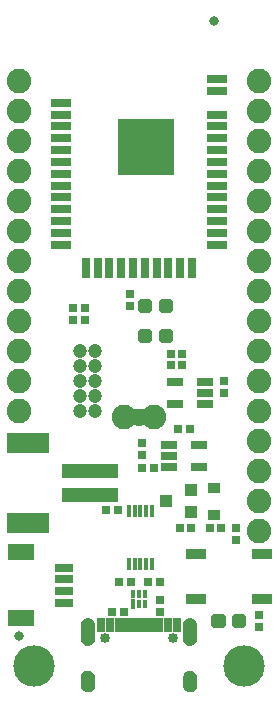
<source format=gts>
G04 EAGLE Gerber RS-274X export*
G75*
%MOMM*%
%FSLAX34Y34*%
%LPD*%
%INSoldermask Top*%
%IPPOS*%
%AMOC8*
5,1,8,0,0,1.08239X$1,22.5*%
G01*
%ADD10R,1.033200X0.833200*%
%ADD11C,0.505344*%
%ADD12R,1.103200X1.003200*%
%ADD13C,0.838200*%
%ADD14R,2.203200X1.403200*%
%ADD15R,1.553200X0.803200*%
%ADD16R,4.803200X1.203200*%
%ADD17R,3.603200X1.803200*%
%ADD18C,3.505200*%
%ADD19R,0.503200X1.203200*%
%ADD20R,0.803200X1.203200*%
%ADD21C,0.853200*%
%ADD22R,1.727200X0.965200*%
%ADD23R,1.403200X0.753200*%
%ADD24R,0.803200X0.803200*%
%ADD25C,2.082800*%
%ADD26R,1.703200X0.703200*%
%ADD27R,0.703200X1.703200*%
%ADD28R,4.803200X4.803200*%
%ADD29R,0.400000X1.100000*%
%ADD30C,1.203200*%
%ADD31R,0.453200X0.813200*%
%ADD32R,0.453200X0.763200*%
%ADD33R,0.838200X1.473200*%

G36*
X158784Y42883D02*
X158784Y42883D01*
X158790Y42889D01*
X158795Y42885D01*
X160025Y43250D01*
X160030Y43257D01*
X160035Y43255D01*
X161154Y43885D01*
X161157Y43892D01*
X161163Y43891D01*
X162113Y44754D01*
X162114Y44762D01*
X162120Y44762D01*
X162854Y45815D01*
X162854Y45823D01*
X162859Y45825D01*
X163341Y47015D01*
X163339Y47020D01*
X163343Y47023D01*
X163342Y47024D01*
X163344Y47025D01*
X163549Y48292D01*
X163546Y48297D01*
X163549Y48300D01*
X163549Y60300D01*
X163546Y60304D01*
X163549Y60307D01*
X163394Y61429D01*
X163389Y61434D01*
X163392Y61438D01*
X163021Y62509D01*
X163015Y62513D01*
X163017Y62518D01*
X162444Y63495D01*
X162438Y63498D01*
X162439Y63503D01*
X161686Y64350D01*
X161679Y64352D01*
X161679Y64357D01*
X160776Y65041D01*
X160769Y65041D01*
X160768Y65046D01*
X159749Y65541D01*
X159742Y65539D01*
X159740Y65544D01*
X158643Y65831D01*
X158637Y65828D01*
X158634Y65832D01*
X157503Y65899D01*
X157497Y65899D01*
X156366Y65832D01*
X156361Y65827D01*
X156357Y65831D01*
X155260Y65544D01*
X155256Y65538D01*
X155251Y65541D01*
X154232Y65046D01*
X154229Y65040D01*
X154224Y65041D01*
X153321Y64357D01*
X153319Y64350D01*
X153314Y64350D01*
X152561Y63503D01*
X152561Y63496D01*
X152556Y63495D01*
X151983Y62518D01*
X151984Y62515D01*
X151983Y62514D01*
X151984Y62513D01*
X151984Y62511D01*
X151979Y62509D01*
X151608Y61438D01*
X151610Y61433D01*
X151607Y61431D01*
X151607Y61430D01*
X151606Y61429D01*
X151451Y60307D01*
X151454Y60302D01*
X151451Y60300D01*
X151451Y48300D01*
X151454Y48295D01*
X151451Y48292D01*
X151656Y47025D01*
X151662Y47019D01*
X151659Y47015D01*
X152141Y45825D01*
X152148Y45821D01*
X152146Y45815D01*
X152880Y44762D01*
X152888Y44760D01*
X152887Y44754D01*
X153837Y43891D01*
X153846Y43890D01*
X153846Y43885D01*
X154965Y43255D01*
X154973Y43256D01*
X154975Y43250D01*
X156205Y42885D01*
X156213Y42888D01*
X156216Y42883D01*
X157497Y42801D01*
X157501Y42804D01*
X157503Y42801D01*
X158784Y42883D01*
G37*
G36*
X72384Y42883D02*
X72384Y42883D01*
X72390Y42889D01*
X72395Y42885D01*
X73625Y43250D01*
X73630Y43257D01*
X73635Y43255D01*
X74754Y43885D01*
X74757Y43892D01*
X74763Y43891D01*
X75713Y44754D01*
X75714Y44762D01*
X75720Y44762D01*
X76454Y45815D01*
X76454Y45823D01*
X76459Y45825D01*
X76941Y47015D01*
X76939Y47020D01*
X76943Y47023D01*
X76942Y47024D01*
X76944Y47025D01*
X77149Y48292D01*
X77146Y48297D01*
X77149Y48300D01*
X77149Y60300D01*
X77146Y60304D01*
X77149Y60307D01*
X76994Y61429D01*
X76989Y61434D01*
X76992Y61438D01*
X76621Y62509D01*
X76615Y62513D01*
X76617Y62518D01*
X76044Y63495D01*
X76038Y63498D01*
X76039Y63503D01*
X75286Y64350D01*
X75279Y64352D01*
X75279Y64357D01*
X74376Y65041D01*
X74369Y65041D01*
X74368Y65046D01*
X73349Y65541D01*
X73342Y65539D01*
X73340Y65544D01*
X72243Y65831D01*
X72237Y65828D01*
X72234Y65832D01*
X71103Y65899D01*
X71097Y65899D01*
X69966Y65832D01*
X69961Y65827D01*
X69957Y65831D01*
X68860Y65544D01*
X68856Y65538D01*
X68851Y65541D01*
X67832Y65046D01*
X67829Y65040D01*
X67824Y65041D01*
X66921Y64357D01*
X66919Y64350D01*
X66914Y64350D01*
X66161Y63503D01*
X66161Y63496D01*
X66156Y63495D01*
X65583Y62518D01*
X65584Y62515D01*
X65583Y62514D01*
X65584Y62513D01*
X65584Y62511D01*
X65579Y62509D01*
X65208Y61438D01*
X65210Y61433D01*
X65207Y61431D01*
X65207Y61430D01*
X65206Y61429D01*
X65051Y60307D01*
X65054Y60302D01*
X65051Y60300D01*
X65051Y48300D01*
X65054Y48295D01*
X65051Y48292D01*
X65256Y47025D01*
X65262Y47019D01*
X65259Y47015D01*
X65741Y45825D01*
X65748Y45821D01*
X65746Y45815D01*
X66480Y44762D01*
X66488Y44760D01*
X66487Y44754D01*
X67437Y43891D01*
X67446Y43890D01*
X67446Y43885D01*
X68565Y43255D01*
X68573Y43256D01*
X68575Y43250D01*
X69805Y42885D01*
X69813Y42888D01*
X69816Y42883D01*
X71097Y42801D01*
X71101Y42804D01*
X71103Y42801D01*
X72384Y42883D01*
G37*
G36*
X72271Y3611D02*
X72271Y3611D01*
X72276Y3616D01*
X72280Y3613D01*
X73403Y3948D01*
X73407Y3954D01*
X73411Y3952D01*
X74447Y4500D01*
X74450Y4506D01*
X74455Y4505D01*
X75363Y5244D01*
X75365Y5251D01*
X75370Y5251D01*
X76117Y6153D01*
X76117Y6161D01*
X76123Y6161D01*
X76679Y7192D01*
X76678Y7199D01*
X76683Y7201D01*
X77027Y8320D01*
X77025Y8327D01*
X77029Y8330D01*
X77149Y9495D01*
X77147Y9498D01*
X77149Y9500D01*
X77149Y15500D01*
X77147Y15503D01*
X77149Y15505D01*
X77038Y16681D01*
X77033Y16686D01*
X77036Y16690D01*
X76698Y17822D01*
X76692Y17826D01*
X76694Y17831D01*
X76142Y18875D01*
X76135Y18878D01*
X76137Y18883D01*
X75391Y19799D01*
X75384Y19800D01*
X75384Y19806D01*
X74475Y20559D01*
X74467Y20559D01*
X74467Y20564D01*
X73427Y21125D01*
X73420Y21124D01*
X73418Y21129D01*
X72289Y21476D01*
X72283Y21474D01*
X72280Y21478D01*
X71105Y21599D01*
X71098Y21595D01*
X71094Y21599D01*
X69754Y21442D01*
X69748Y21437D01*
X69743Y21440D01*
X68472Y20989D01*
X68467Y20982D01*
X68462Y20984D01*
X67323Y20262D01*
X67320Y20254D01*
X67314Y20255D01*
X66364Y19297D01*
X66363Y19289D01*
X66357Y19288D01*
X65644Y18143D01*
X65645Y18135D01*
X65639Y18133D01*
X65199Y16857D01*
X65201Y16850D01*
X65197Y16847D01*
X65051Y15505D01*
X65053Y15502D01*
X65051Y15500D01*
X65051Y9500D01*
X65053Y9497D01*
X65051Y9494D01*
X65206Y8165D01*
X65212Y8159D01*
X65209Y8155D01*
X65656Y6894D01*
X65663Y6889D01*
X65661Y6884D01*
X66378Y5754D01*
X66385Y5751D01*
X66384Y5745D01*
X67335Y4803D01*
X67343Y4802D01*
X67343Y4796D01*
X68479Y4089D01*
X68487Y4090D01*
X68489Y4084D01*
X69754Y3648D01*
X69759Y3649D01*
X69760Y3649D01*
X69763Y3649D01*
X69765Y3645D01*
X71095Y3501D01*
X71101Y3505D01*
X71105Y3501D01*
X72271Y3611D01*
G37*
G36*
X158671Y3611D02*
X158671Y3611D01*
X158676Y3616D01*
X158680Y3613D01*
X159803Y3948D01*
X159807Y3954D01*
X159811Y3952D01*
X160847Y4500D01*
X160850Y4506D01*
X160855Y4505D01*
X161763Y5244D01*
X161765Y5251D01*
X161770Y5251D01*
X162517Y6153D01*
X162517Y6161D01*
X162523Y6161D01*
X163079Y7192D01*
X163078Y7199D01*
X163083Y7201D01*
X163427Y8320D01*
X163425Y8327D01*
X163429Y8330D01*
X163549Y9495D01*
X163547Y9498D01*
X163549Y9500D01*
X163549Y15500D01*
X163547Y15503D01*
X163549Y15505D01*
X163438Y16681D01*
X163433Y16686D01*
X163436Y16690D01*
X163098Y17822D01*
X163092Y17826D01*
X163094Y17831D01*
X162542Y18875D01*
X162535Y18878D01*
X162537Y18883D01*
X161791Y19799D01*
X161784Y19800D01*
X161784Y19806D01*
X160875Y20559D01*
X160867Y20559D01*
X160867Y20564D01*
X159827Y21125D01*
X159820Y21124D01*
X159818Y21129D01*
X158689Y21476D01*
X158683Y21474D01*
X158680Y21478D01*
X157505Y21599D01*
X157498Y21595D01*
X157494Y21599D01*
X156154Y21442D01*
X156148Y21437D01*
X156143Y21440D01*
X154872Y20989D01*
X154867Y20982D01*
X154862Y20984D01*
X153723Y20262D01*
X153720Y20254D01*
X153714Y20255D01*
X152764Y19297D01*
X152763Y19289D01*
X152757Y19288D01*
X152044Y18143D01*
X152045Y18135D01*
X152039Y18133D01*
X151599Y16857D01*
X151601Y16850D01*
X151597Y16847D01*
X151451Y15505D01*
X151453Y15502D01*
X151451Y15500D01*
X151451Y9500D01*
X151453Y9497D01*
X151451Y9494D01*
X151606Y8165D01*
X151612Y8159D01*
X151609Y8155D01*
X152056Y6894D01*
X152063Y6889D01*
X152061Y6884D01*
X152778Y5754D01*
X152785Y5751D01*
X152784Y5745D01*
X153735Y4803D01*
X153743Y4802D01*
X153743Y4796D01*
X154879Y4089D01*
X154887Y4090D01*
X154889Y4084D01*
X156154Y3648D01*
X156159Y3649D01*
X156160Y3649D01*
X156163Y3649D01*
X156165Y3645D01*
X157495Y3501D01*
X157501Y3505D01*
X157505Y3501D01*
X158671Y3611D01*
G37*
G36*
X116270Y228993D02*
X116270Y228993D01*
X116336Y228995D01*
X116379Y229013D01*
X116426Y229021D01*
X116483Y229055D01*
X116543Y229080D01*
X116578Y229111D01*
X116619Y229136D01*
X116661Y229187D01*
X116709Y229231D01*
X116731Y229273D01*
X116760Y229310D01*
X116781Y229372D01*
X116812Y229431D01*
X116820Y229485D01*
X116832Y229522D01*
X116831Y229562D01*
X116839Y229616D01*
X116839Y242824D01*
X116828Y242889D01*
X116826Y242955D01*
X116808Y242998D01*
X116800Y243045D01*
X116766Y243102D01*
X116741Y243162D01*
X116710Y243197D01*
X116685Y243238D01*
X116634Y243280D01*
X116590Y243328D01*
X116548Y243350D01*
X116511Y243379D01*
X116449Y243400D01*
X116390Y243431D01*
X116336Y243439D01*
X116299Y243451D01*
X116259Y243450D01*
X116205Y243458D01*
X112395Y243458D01*
X112330Y243447D01*
X112264Y243445D01*
X112221Y243427D01*
X112174Y243419D01*
X112117Y243385D01*
X112057Y243360D01*
X112022Y243329D01*
X111981Y243304D01*
X111940Y243253D01*
X111891Y243209D01*
X111869Y243167D01*
X111840Y243130D01*
X111819Y243068D01*
X111788Y243009D01*
X111780Y242955D01*
X111768Y242918D01*
X111769Y242878D01*
X111761Y242824D01*
X111761Y229616D01*
X111772Y229551D01*
X111774Y229485D01*
X111792Y229442D01*
X111800Y229395D01*
X111834Y229338D01*
X111859Y229278D01*
X111890Y229243D01*
X111915Y229202D01*
X111966Y229161D01*
X112010Y229112D01*
X112052Y229090D01*
X112089Y229061D01*
X112151Y229040D01*
X112210Y229009D01*
X112264Y229001D01*
X112301Y228989D01*
X112341Y228990D01*
X112395Y228982D01*
X116205Y228982D01*
X116270Y228993D01*
G37*
D10*
X177800Y176600D03*
X177800Y153600D03*
D11*
X133550Y301310D02*
X133550Y308290D01*
X140530Y308290D01*
X140530Y301310D01*
X133550Y301310D01*
X133550Y306110D02*
X140530Y306110D01*
X116010Y308290D02*
X116010Y301310D01*
X116010Y308290D02*
X122990Y308290D01*
X122990Y301310D01*
X116010Y301310D01*
X116010Y306110D02*
X122990Y306110D01*
D12*
X158590Y155600D03*
X158590Y174600D03*
X137590Y165100D03*
D11*
X122990Y326710D02*
X122990Y333690D01*
X122990Y326710D02*
X116010Y326710D01*
X116010Y333690D01*
X122990Y333690D01*
X122990Y331510D02*
X116010Y331510D01*
X140530Y333690D02*
X140530Y326710D01*
X133550Y326710D01*
X133550Y333690D01*
X140530Y333690D01*
X140530Y331510D02*
X133550Y331510D01*
D13*
X12700Y50800D03*
X177800Y571500D03*
D14*
X14050Y121980D03*
X14050Y65980D03*
D15*
X50800Y108980D03*
X50800Y98980D03*
X50800Y88980D03*
X50800Y78980D03*
D16*
X72560Y170340D03*
X72560Y190340D03*
D17*
X20560Y146340D03*
X20560Y214340D03*
D18*
X203200Y25400D03*
X25400Y25400D03*
D19*
X121800Y60100D03*
X116800Y60100D03*
D20*
X146550Y60100D03*
X138800Y60100D03*
D19*
X131800Y60100D03*
X126800Y60100D03*
X106800Y60100D03*
X111800Y60100D03*
D20*
X82050Y60100D03*
X89800Y60100D03*
D19*
X96800Y60100D03*
X101800Y60100D03*
D21*
X85400Y49050D03*
X143200Y49050D03*
D22*
X218440Y82550D03*
X162560Y82550D03*
X218440Y120650D03*
X162560Y120650D03*
D23*
X139399Y212700D03*
X139399Y203200D03*
X139399Y193700D03*
X165401Y193700D03*
X165401Y212700D03*
X170481Y247040D03*
X170481Y256540D03*
X170481Y266040D03*
X144479Y266040D03*
X144479Y247040D03*
D24*
X101520Y71120D03*
X91520Y71120D03*
X132080Y71200D03*
X132080Y81200D03*
X184070Y142240D03*
X174070Y142240D03*
X126920Y193040D03*
X116920Y193040D03*
X116840Y204550D03*
X116840Y214550D03*
X157400Y226060D03*
X147400Y226060D03*
X141050Y289814D03*
X151050Y289814D03*
X106680Y340280D03*
X106680Y330280D03*
X151050Y280670D03*
X141050Y280670D03*
X186690Y266620D03*
X186690Y256620D03*
X215900Y68500D03*
X215900Y58500D03*
D11*
X195780Y60010D02*
X195780Y66990D01*
X202760Y66990D01*
X202760Y60010D01*
X195780Y60010D01*
X195780Y64810D02*
X202760Y64810D01*
X178240Y66990D02*
X178240Y60010D01*
X178240Y66990D02*
X185220Y66990D01*
X185220Y60010D01*
X178240Y60010D01*
X178240Y64810D02*
X185220Y64810D01*
D25*
X215900Y520700D03*
X215900Y495300D03*
X215900Y469900D03*
X215900Y444500D03*
X215900Y419100D03*
X215900Y393700D03*
X215900Y368300D03*
X215900Y342900D03*
X215900Y317500D03*
X215900Y292100D03*
X215900Y266700D03*
X215900Y241300D03*
X215900Y215900D03*
X215900Y190500D03*
X215900Y165100D03*
X215900Y139700D03*
X12700Y241300D03*
X12700Y266700D03*
X12700Y292100D03*
X12700Y317500D03*
X12700Y342900D03*
X12700Y368300D03*
X12700Y393700D03*
X12700Y419100D03*
X12700Y444500D03*
X12700Y469900D03*
X12700Y495300D03*
X12700Y520700D03*
D26*
X48300Y382400D03*
X48300Y392400D03*
X48300Y502400D03*
X48300Y492400D03*
X48300Y482400D03*
X48300Y472400D03*
X48300Y462400D03*
X48300Y452400D03*
X48300Y442400D03*
X48300Y432400D03*
X48300Y422400D03*
X48300Y412400D03*
X48300Y402400D03*
D27*
X69300Y362400D03*
X79300Y362400D03*
X99300Y362400D03*
X89300Y362400D03*
X109300Y362400D03*
X119300Y362400D03*
X129300Y362400D03*
X139300Y362400D03*
X149300Y362400D03*
X159300Y362400D03*
D26*
X180300Y382400D03*
X180300Y392400D03*
X180300Y402400D03*
X180300Y412400D03*
X180300Y422400D03*
X180300Y432400D03*
X180300Y442400D03*
X180300Y452400D03*
X180300Y462400D03*
X180300Y472400D03*
X180300Y482400D03*
X180300Y492400D03*
X180300Y512400D03*
X180300Y522400D03*
D28*
X120400Y465400D03*
D29*
X105570Y112120D03*
X110570Y112120D03*
X115570Y112120D03*
X120570Y112120D03*
X125570Y112120D03*
X125570Y157120D03*
X120570Y157120D03*
X115570Y157120D03*
X110570Y157120D03*
X105570Y157120D03*
D24*
X96440Y157480D03*
X86440Y157480D03*
D30*
X77470Y254000D03*
X77470Y266700D03*
X77470Y279400D03*
X77470Y292100D03*
X77470Y241300D03*
X64770Y254000D03*
X64770Y266700D03*
X64770Y279400D03*
X64770Y292100D03*
X64770Y241300D03*
D24*
X58420Y318850D03*
X58420Y328850D03*
X68580Y318850D03*
X68580Y328850D03*
D31*
X109300Y78500D03*
D32*
X114300Y78250D03*
X119300Y78250D03*
X119300Y86850D03*
X114300Y86850D03*
X109300Y86850D03*
D24*
X107790Y96520D03*
X97790Y96520D03*
X122080Y96520D03*
X132080Y96520D03*
X196850Y132240D03*
X196850Y142240D03*
X148750Y142240D03*
X158750Y142240D03*
D33*
X109220Y236220D03*
X119380Y236220D03*
D25*
X101600Y236220D03*
X127000Y236220D03*
M02*

</source>
